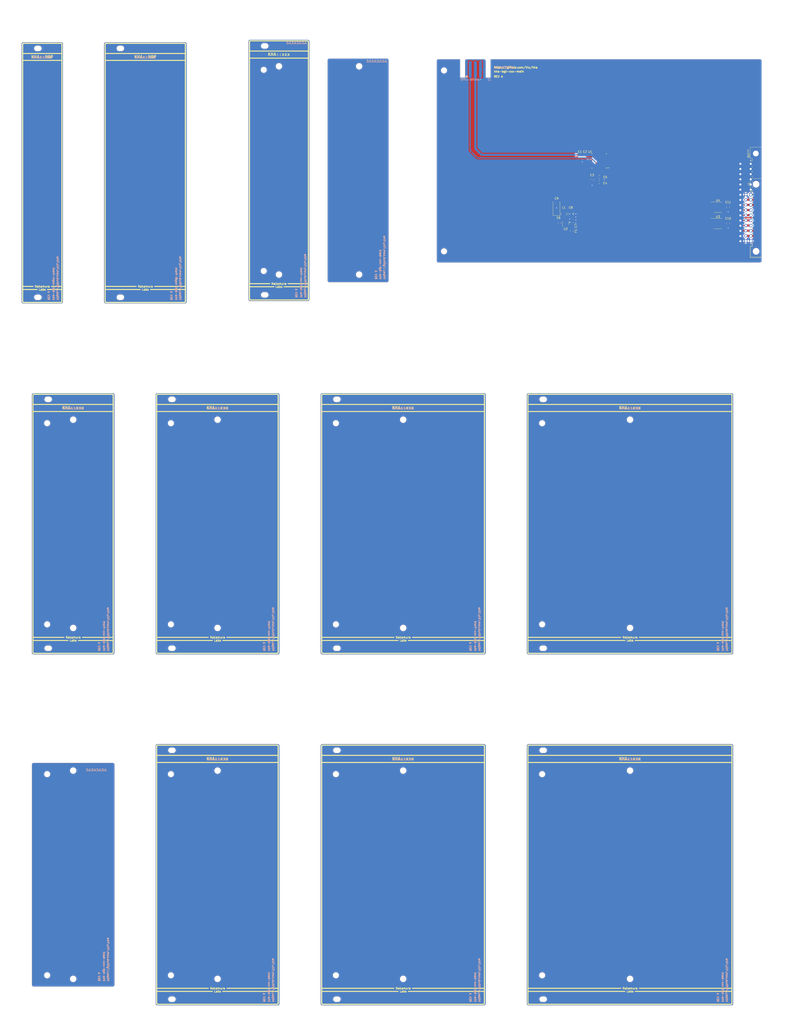
<source format=kicad_pcb>
(kicad_pcb (version 20221018) (generator pcbnew)
  (layers (0 "F.Cu" signal) (31 "B.Cu" signal) (34 "B.Paste" user) (35 "F.Paste" user) (36 "B.SilkS" user "B.Silkscreen") (37 "F.SilkS" user "F.Silkscreen") (38 "B.Mask" user) (39 "F.Mask" user) (44 "Edge.Cuts" user))
  (net 0 "")
  (net 1 "+5V")
  (net 2 "GND")
  (net 3 "+12V")
  (net 4 "BUS_DIR")
  (net 22 "BUS_TX")
  (net 23 "BUS_RX")
  (net 26 "BUS_INT_TX")
  (net 27 "BUS_INT_RX")
  (net 28 "BUS_INT_DIR")
  (net 29 "RS485_A")
  (net 30 "RS485_B")
  (net 31 "RS485_INT_A")
  (net 32 "RS485_INT_B")
  (net 33 "Net-(U2-SW)")
  (net 34 "Net-(U2-BST)")
  (net 35 "Net-(U2-EN)")
  (net 36 "Net-(U1-~{RESET}{slash}PF6)")
  (net 37 "UPDI")
  (footprint "Connector_DIN:DIN41612_B3_2x10_Male_Horizontal_THT" (layer "F.Cu") (at 389.76 115.57 -90)
    (fp_text reference "J1")
    (fp_text value "DIN41612_02x10_AB")
  )
  (footprint "Package_QFP:TQFP-32_7x7mm_P0.8mm" (layer "F.Cu") (at 315 99 180)
    (fp_text reference "U1")
    (fp_text value "AVR64DD32")
  )
  (footprint "Capacitor_SMD:C_0805_2012Metric" (layer "F.Cu") (at 378.535 129.739 -90)
    (fp_text reference "C10")
    (fp_text value "100nF")
  )
  (footprint "Capacitor_SMD:C_0805_2012Metric" (layer "F.Cu") (at 295.5 129.6 -90)
    (fp_text reference "C6")
    (fp_text value "100nF")
  )
  (footprint "Capacitor_SMD:C_0805_2012Metric" (layer "F.Cu") (at 305.5 97 90)
    (fp_text reference "C1")
    (fp_text value "100nF")
  )
  (footprint "Capacitor_SMD:C_0805_2012Metric" (layer "F.Cu") (at 378.51 121.834 -90)
    (fp_text reference "C11")
    (fp_text value "100nF")
  )
  (footprint "Package_SO:SOIC-8_3.9x4.9mm_P1.27mm" (layer "F.Cu") (at 373.51 129.834)
    (fp_text reference "U3")
    (fp_text value "SP481E")
  )
  (footprint "Package_SO:SOIC-8_3.9x4.9mm_P1.27mm" (layer "F.Cu") (at 373.51 121.834)
    (fp_text reference "U4")
    (fp_text value "SP481E")
  )
  (footprint "Capacitor_SMD:C_0805_2012Metric" (layer "F.Cu") (at 308 97 90)
    (fp_text reference "C2")
    (fp_text value "10nF")
  )
  (footprint "Capacitor_SMD:C_0805_2012Metric" (layer "F.Cu") (at 301.5 129.35 -90)
    (fp_text reference "C7")
    (fp_text value "10uF")
  )
  (footprint "Capacitor_SMD:C_1210_3225Metric" (layer "F.Cu") (at 301 125.075 -90)
    (fp_text reference "C8")
    (fp_text value "47uF")
  )
  (footprint "Capacitor_SMD:C_0805_2012Metric" (layer "F.Cu") (at 315 107 180)
    (fp_text reference "C5")
    (fp_text value "10nF")
  )
  (footprint "Capacitor_Tantalum_SMD:CP_EIA-6032-28_Kemet-C" (layer "F.Cu") (at 293.9625 122.1375 90)
    (fp_text reference "C9")
    (fp_text value "220uF")
  )
  (footprint "Fuse:Fuse_0805_2012Metric" (layer "F.Cu") (at 301.5 133.5 -90)
    (fp_text reference "F1")
    (fp_text value "Polyfuse")
  )
  (footprint "Capacitor_SMD:C_0805_2012Metric" (layer "F.Cu") (at 315 109.5 180)
    (fp_text reference "C4")
    (fp_text value "100nF")
  )
  (footprint "Package_TO_SOT_SMD:TSOT-23-6" (layer "F.Cu") (at 298.5 129.6 90)
    (fp_text reference "U2")
    (fp_text value "AP63205WU")
  )
  (footprint "Inductor_SMD:L_1210_3225Metric" (layer "F.Cu") (at 297.5 125.1 90)
    (fp_text reference "L1")
    (fp_text value "4.7uH")
  )
  (footprint "Capacitor_SMD:C_0805_2012Metric" (layer "F.Cu") (at 311.5 108.25 90)
    (fp_text reference "C3")
    (fp_text value "100nF")
  )
  (footprint "Connector_DIN:DIN41612_C2_2x16_Male_Horizontal_THT" (layer "F.Cu") (at 389.63 100.445 -90)
    (fp_text reference "REF**")
    (fp_text value "DIN41612_C2_2x16_Male_Horizontal_THT")
  )
  (footprint "kiu-eAVR:eAVR6-UPDI-B" (layer "F.Cu") (at 254 49 180)
    (fp_text reference "J2")
    (fp_text value "AVR-UPDI-6" hide)
    (fp_line (start -5.08 -9) (end -5.08 -0.5) (stroke (width 0.12)) (layer "Edge.Cuts"))
    (fp_line (start -5.08 -0.5) (end -4.58 0) (stroke (width 0.12)) (layer "Edge.Cuts"))
    (fp_line (start -4.58 0) (end 4.58 0) (stroke (width 0.12)) (layer "Edge.Cuts"))
    (fp_line (start 5.08 -9) (end 5.08 -0.5) (stroke (width 0.12)) (layer "Edge.Cuts"))
    (fp_line (start 5.08 -0.5) (end 4.58 0) (stroke (width 0.12)) (layer "Edge.Cuts"))
  )
  (gr_line (start 75.065 341.360001) (end 36.56 341.36) (stroke (width 0.5)) (layer "F.SilkS"))
  (gr_line (start 178.3 222.36) (end 258.445 222.36) (stroke (width 0.5)) (layer "F.SilkS"))
  (gr_line (start 279.9 218.86) (end 380.365 218.86) (stroke (width 0.5)) (layer "F.SilkS"))
  (gr_line (start 279.9 391.58) (end 380.365 391.58) (stroke (width 0.5)) (layer "F.SilkS"))
  (gr_line (start 111.125 162.306) (end 93.98 162.306) (stroke (width 0.5)) (layer "F.SilkS"))
  (gr_line (start 379.865 514.080001) (end 280.4 514.08) (stroke (width 0.5)) (layer "F.SilkS"))
  (gr_arc (start 143.24 167.44) (mid 142.886447 167.293553) (end 142.74 166.94) (stroke (width 0.5)) (layer "F.SilkS"))
  (gr_line (start 110.998 160.782) (end 96.012 160.782) (stroke (width 0.5)) (layer "F.SilkS"))
  (gr_line (start 36.06 218.86) (end 75.565 218.86) (stroke (width 0.5)) (layer "F.SilkS"))
  (gr_arc (start 49.784 41.148) (mid 50.137553 41.294447) (end 50.284 41.648) (stroke (width 0.5)) (layer "F.SilkS"))
  (gr_line (start 142.74 166.94) (end 142.74 40.44) (stroke (width 0.5)) (layer "F.SilkS"))
  (gr_line (start 327.66 335.026) (end 279.908 335.026) (stroke (width 0.5)) (layer "F.SilkS"))
  (gr_line (start 279.9 395.08) (end 380.365 395.08) (stroke (width 0.5)) (layer "F.SilkS"))
  (gr_line (start 327.66 507.746) (end 279.908 507.746) (stroke (width 0.5)) (layer "F.SilkS"))
  (gr_line (start 97.02 222.36) (end 156.845 222.36) (stroke (width 0.5)) (layer "F.SilkS"))
  (gr_arc (start 257.945 213.859999) (mid 258.298554 214.006446) (end 258.445 214.359999) (stroke (width 0.5)) (layer "F.SilkS"))
  (gr_line (start 379.865 341.360001) (end 280.4 341.36) (stroke (width 0.5)) (layer "F.SilkS"))
  (gr_line (start 142.74 48.44) (end 171.74 48.44) (stroke (width 0.5)) (layer "F.SilkS"))
  (gr_line (start 215.9 335.026) (end 178.308 335.026) (stroke (width 0.5)) (layer "F.SilkS"))
  (gr_line (start 156.845 214.359999) (end 156.845 340.860001) (stroke (width 0.5)) (layer "F.SilkS"))
  (gr_line (start 86.868 160.782) (end 71.882 160.782) (stroke (width 0.5)) (layer "F.SilkS"))
  (gr_arc (start 71.636001 41.639999) (mid 71.782448 41.286447) (end 72.136 41.14) (stroke (width 0.5)) (layer "F.SilkS"))
  (gr_line (start 111.125 41.648) (end 111.133 168.148) (stroke (width 0.5)) (layer "F.SilkS"))
  (gr_arc (start 97.020001 214.359999) (mid 97.166448 214.006447) (end 97.52 213.86) (stroke (width 0.5)) (layer "F.SilkS"))
  (gr_arc (start 75.565 340.860001) (mid 75.418553 341.213554) (end 75.065 341.360001) (stroke (width 0.5)) (layer "F.SilkS"))
  (gr_line (start 380.365 387.079999) (end 380.365 513.580001) (stroke (width 0.5)) (layer "F.SilkS"))
  (gr_line (start 156.718 335.026) (end 129.54 335.026) (stroke (width 0.5)) (layer "F.SilkS"))
  (gr_arc (start 279.900001 387.079999) (mid 280.046448 386.726447) (end 280.4 386.58) (stroke (width 0.5)) (layer "F.SilkS"))
  (gr_line (start 36.06 222.36) (end 75.565 222.36) (stroke (width 0.5)) (layer "F.SilkS"))
  (gr_line (start 36.068 160.782) (end 31.242 160.782) (stroke (width 0.5)) (layer "F.SilkS"))
  (gr_line (start 72.136 41.14) (end 110.625 41.148) (stroke (width 0.5)) (layer "F.SilkS"))
  (gr_line (start 178.8 213.86) (end 257.945 213.859999) (stroke (width 0.5)) (layer "F.SilkS"))
  (gr_arc (start 280.4 341.36) (mid 280.046447 341.213553) (end 279.9 340.86) (stroke (width 0.5)) (layer "F.SilkS"))
  (gr_line (start 156.718 507.746) (end 129.54 507.746) (stroke (width 0.5)) (layer "F.SilkS"))
  (gr_arc (start 279.900001 214.359999) (mid 280.046448 214.006447) (end 280.4 213.86) (stroke (width 0.5)) (layer "F.SilkS"))
  (gr_arc (start 178.8 514.08) (mid 178.446447 513.933553) (end 178.3 513.58) (stroke (width 0.5)) (layer "F.SilkS"))
  (gr_line (start 122.428 333.502) (end 97.028 333.502) (stroke (width 0.5)) (layer "F.SilkS"))
  (gr_line (start 380.238 507.746) (end 332.74 507.746) (stroke (width 0.5)) (layer "F.SilkS"))
  (gr_arc (start 97.52 341.36) (mid 97.166447 341.213553) (end 97.02 340.86) (stroke (width 0.5)) (layer "F.SilkS"))
  (gr_line (start 171.740001 40.439999) (end 171.740001 166.940001) (stroke (width 0.5)) (layer "F.SilkS"))
  (gr_arc (start 171.240001 39.939999) (mid 171.593554 40.086446) (end 171.740001 40.439999) (stroke (width 0.5)) (layer "F.SilkS"))
  (gr_line (start 71.882 46.14) (end 111.125 46.14) (stroke (width 0.5)) (layer "F.SilkS"))
  (gr_line (start 178.8 386.58) (end 257.945 386.579999) (stroke (width 0.5)) (layer "F.SilkS"))
  (gr_line (start 258.318 507.746) (end 220.98 507.746) (stroke (width 0.5)) (layer "F.SilkS"))
  (gr_line (start 178.3 395.08) (end 258.445 395.08) (stroke (width 0.5)) (layer "F.SilkS"))
  (gr_line (start 97.02 513.58) (end 97.02 387.08) (stroke (width 0.5)) (layer "F.SilkS"))
  (gr_line (start 142.74 44.94) (end 171.74 44.94) (stroke (width 0.5)) (layer "F.SilkS"))
  (gr_line (start 97.02 395.08) (end 156.845 395.08) (stroke (width 0.5)) (layer "F.SilkS"))
  (gr_line (start 71.882 49.53) (end 111.125 49.53) (stroke (width 0.5)) (layer "F.SilkS"))
  (gr_line (start 156.718 333.502) (end 131.572 333.502) (stroke (width 0.5)) (layer "F.SilkS"))
  (gr_line (start 97.52 386.58) (end 156.345 386.579999) (stroke (width 0.5)) (layer "F.SilkS"))
  (gr_line (start 178.3 513.58) (end 178.3 387.08) (stroke (width 0.5)) (layer "F.SilkS"))
  (gr_line (start 152.74 159.44) (end 142.74 159.44) (stroke (width 0.5)) (layer "F.SilkS"))
  (gr_arc (start 156.845 513.580001) (mid 156.698553 513.933554) (end 156.345 514.080001) (stroke (width 0.5)) (layer "F.SilkS"))
  (gr_line (start 97.52 213.86) (end 156.345 213.859999) (stroke (width 0.5)) (layer "F.SilkS"))
  (gr_line (start 31.242 46.14) (end 50.038 46.14) (stroke (width 0.5)) (layer "F.SilkS"))
  (gr_line (start 178.3 391.58) (end 258.445 391.58) (stroke (width 0.5)) (layer "F.SilkS"))
  (gr_arc (start 257.945 386.579999) (mid 258.298554 386.726446) (end 258.445 387.079999) (stroke (width 0.5)) (layer "F.SilkS"))
  (gr_line (start 110.633 168.648) (end 72.128 168.648) (stroke (width 0.5)) (layer "F.SilkS"))
  (gr_arc (start 280.4 514.08) (mid 280.046447 513.933553) (end 279.9 513.58) (stroke (width 0.5)) (layer "F.SilkS"))
  (gr_arc (start 258.445 340.860001) (mid 258.298553 341.213554) (end 257.945 341.360001) (stroke (width 0.5)) (layer "F.SilkS"))
  (gr_arc (start 156.345 213.859999) (mid 156.698554 214.006446) (end 156.845 214.359999) (stroke (width 0.5)) (layer "F.SilkS"))
  (gr_arc (start 178.300001 387.079999) (mid 178.446448 386.726447) (end 178.8 386.58) (stroke (width 0.5)) (layer "F.SilkS"))
  (gr_line (start 97.02 391.58) (end 156.845 391.58) (stroke (width 0.5)) (layer "F.SilkS"))
  (gr_line (start 178.3 218.86) (end 258.445 218.86) (stroke (width 0.5)) (layer "F.SilkS"))
  (gr_arc (start 72.128 168.648) (mid 71.774447 168.501553) (end 71.628 168.148) (stroke (width 0.5)) (layer "F.SilkS"))
  (gr_arc (start 50.292 168.148) (mid 50.145553 168.501553) (end 49.792 168.648) (stroke (width 0.5)) (layer "F.SilkS"))
  (gr_arc (start 380.365 513.580001) (mid 380.218553 513.933554) (end 379.865 514.080001) (stroke (width 0.5)) (layer "F.SilkS"))
  (gr_line (start 124.46 335.026) (end 97.028 335.026) (stroke (width 0.5)) (layer "F.SilkS"))
  (gr_arc (start 178.300001 214.359999) (mid 178.446448 214.006447) (end 178.8 213.86) (stroke (width 0.5)) (layer "F.SilkS"))
  (gr_line (start 279.9 222.36) (end 380.365 222.36) (stroke (width 0.5)) (layer "F.SilkS"))
  (gr_line (start 31.496 41.14) (end 49.784 41.148) (stroke (width 0.5)) (layer "F.SilkS"))
  (gr_line (start 53.34 335.026) (end 36.068 335.026) (stroke (width 0.5)) (layer "F.SilkS"))
  (gr_line (start 156.845 387.079999) (end 156.845 513.580001) (stroke (width 0.5)) (layer "F.SilkS"))
  (gr_line (start 31.242 49.53) (end 50.038 49.53) (stroke (width 0.5)) (layer "F.SilkS"))
  (gr_line (start 50.284 41.648) (end 50.292 168.148) (stroke (width 0.5)) (layer "F.SilkS"))
  (gr_arc (start 156.845 340.860001) (mid 156.698553 341.213554) (end 156.345 341.360001) (stroke (width 0.5)) (layer "F.SilkS"))
  (gr_line (start 258.445 387.079999) (end 258.445 513.580001) (stroke (width 0.5)) (layer "F.SilkS"))
  (gr_line (start 50.038 160.782) (end 45.212 160.782) (stroke (width 0.5)) (layer "F.SilkS"))
  (gr_line (start 75.565 214.359999) (end 75.565 340.860001) (stroke (width 0.5)) (layer "F.SilkS"))
  (gr_line (start 38.1 162.306) (end 31.242 162.306) (stroke (width 0.5)) (layer "F.SilkS"))
  (gr_line (start 325.628 333.502) (end 279.908 333.502) (stroke (width 0.5)) (layer "F.SilkS"))
  (gr_line (start 171.240001 167.440001) (end 143.24 167.44) (stroke (width 0.5)) (layer "F.SilkS"))
  (gr_line (start 280.4 213.86) (end 379.865 213.859999) (stroke (width 0.5)) (layer "F.SilkS"))
  (gr_arc (start 97.52 514.08) (mid 97.166447 513.933553) (end 97.02 513.58) (stroke (width 0.5)) (layer "F.SilkS"))
  (gr_line (start 258.318 333.502) (end 223.012 333.502) (stroke (width 0.5)) (layer "F.SilkS"))
  (gr_line (start 36.56 213.86) (end 75.065 213.859999) (stroke (width 0.5)) (layer "F.SilkS"))
  (gr_arc (start 171.740001 166.940001) (mid 171.593554 167.293554) (end 171.240001 167.440001) (stroke (width 0.5)) (layer "F.SilkS"))
  (gr_line (start 258.445 214.359999) (end 258.445 340.860001) (stroke (width 0.5)) (layer "F.SilkS"))
  (gr_arc (start 30.996001 41.639999) (mid 31.142448 41.286447) (end 31.496 41.14) (stroke (width 0.5)) (layer "F.SilkS"))
  (gr_arc (start 258.445 513.580001) (mid 258.298553 513.933554) (end 257.945 514.080001) (stroke (width 0.5)) (layer "F.SilkS"))
  (gr_line (start 257.945 341.360001) (end 178.8 341.36) (stroke (width 0.5)) (layer "F.SilkS"))
  (gr_line (start 171.74 160.94) (end 159.74 160.94) (stroke (width 0.5)) (layer "F.SilkS"))
  (gr_arc (start 36.56 341.36) (mid 36.206447 341.213553) (end 36.06 340.86) (stroke (width 0.5)) (layer "F.SilkS"))
  (gr_line (start 122.428 506.222) (end 97.028 506.222) (stroke (width 0.5)) (layer "F.SilkS"))
  (gr_arc (start 36.060001 214.359999) (mid 36.206448 214.006447) (end 36.56 213.86) (stroke (width 0.5)) (layer "F.SilkS"))
  (gr_line (start 280.4 386.58) (end 379.865 386.579999) (stroke (width 0.5)) (layer "F.SilkS"))
  (gr_line (start 325.628 506.222) (end 279.908 506.222) (stroke (width 0.5)) (layer "F.SilkS"))
  (gr_line (start 36.06 340.86) (end 36.06 214.36) (stroke (width 0.5)) (layer "F.SilkS"))
  (gr_line (start 30.988 168.148) (end 30.996001 41.639999) (stroke (width 0.5)) (layer "F.SilkS"))
  (gr_line (start 51.308 333.502) (end 36.068 333.502) (stroke (width 0.5)) (layer "F.SilkS"))
  (gr_line (start 71.628 168.148) (end 71.636001 41.639999) (stroke (width 0.5)) (layer "F.SilkS"))
  (gr_line (start 258.318 335.026) (end 220.98 335.026) (stroke (width 0.5)) (layer "F.SilkS"))
  (gr_line (start 75.438 335.026) (end 58.42 335.026) (stroke (width 0.5)) (layer "F.SilkS"))
  (gr_arc (start 379.865 386.579999) (mid 380.218554 386.726446) (end 380.365 387.079999) (stroke (width 0.5)) (layer "F.SilkS"))
  (gr_arc (start 379.865 213.859999) (mid 380.218554 214.006446) (end 380.365 214.359999) (stroke (width 0.5)) (layer "F.SilkS"))
  (gr_line (start 97.02 218.86) (end 156.845 218.86) (stroke (width 0.5)) (layer "F.SilkS"))
  (gr_arc (start 110.625 41.148) (mid 110.978553 41.294447) (end 111.125 41.648) (stroke (width 0.5)) (layer "F.SilkS"))
  (gr_line (start 279.9 513.58) (end 279.9 387.08) (stroke (width 0.5)) (layer "F.SilkS"))
  (gr_arc (start 111.133 168.148) (mid 110.986553 168.501553) (end 110.633 168.648) (stroke (width 0.5)) (layer "F.SilkS"))
  (gr_line (start 213.868 506.222) (end 178.308 506.222) (stroke (width 0.5)) (layer "F.SilkS"))
  (gr_line (start 171.74 159.44) (end 161.74 159.44) (stroke (width 0.5)) (layer "F.SilkS"))
  (gr_line (start 156.718 506.222) (end 131.572 506.222) (stroke (width 0.5)) (layer "F.SilkS"))
  (gr_line (start 215.9 507.746) (end 178.308 507.746) (stroke (width 0.5)) (layer "F.SilkS"))
  (gr_arc (start 31.488 168.648) (mid 31.134447 168.501553) (end 30.988 168.148) (stroke (width 0.5)) (layer "F.SilkS"))
  (gr_arc (start 156.345 386.579999) (mid 156.698554 386.726446) (end 156.845 387.079999) (stroke (width 0.5)) (layer "F.SilkS"))
  (gr_arc (start 97.020001 387.079999) (mid 97.166448 386.726447) (end 97.52 386.58) (stroke (width 0.5)) (layer "F.SilkS"))
  (gr_line (start 257.945 514.080001) (end 178.8 514.08) (stroke (width 0.5)) (layer "F.SilkS"))
  (gr_arc (start 178.8 341.36) (mid 178.446447 341.213553) (end 178.3 340.86) (stroke (width 0.5)) (layer "F.SilkS"))
  (gr_line (start 75.438 333.502) (end 60.452 333.502) (stroke (width 0.5)) (layer "F.SilkS"))
  (gr_arc (start 142.740001 40.439999) (mid 142.886448 40.086447) (end 143.24 39.94) (stroke (width 0.5)) (layer "F.SilkS"))
  (gr_line (start 279.9 340.86) (end 279.9 214.36) (stroke (width 0.5)) (layer "F.SilkS"))
  (gr_line (start 258.318 506.222) (end 223.012 506.222) (stroke (width 0.5)) (layer "F.SilkS"))
  (gr_line (start 156.345 341.360001) (end 97.52 341.36) (stroke (width 0.5)) (layer "F.SilkS"))
  (gr_line (start 97.02 340.86) (end 97.02 214.36) (stroke (width 0.5)) (layer "F.SilkS"))
  (gr_line (start 156.345 514.080001) (end 97.52 514.08) (stroke (width 0.5)) (layer "F.SilkS"))
  (gr_line (start 143.24 39.94) (end 171.240001 39.939999) (stroke (width 0.5)) (layer "F.SilkS"))
  (gr_arc (start 380.365 340.860001) (mid 380.218553 341.213554) (end 379.865 341.360001) (stroke (width 0.5)) (layer "F.SilkS"))
  (gr_line (start 124.46 507.746) (end 97.028 507.746) (stroke (width 0.5)) (layer "F.SilkS"))
  (gr_line (start 50.038 162.306) (end 43.18 162.306) (stroke (width 0.5)) (layer "F.SilkS"))
  (gr_line (start 380.365 214.359999) (end 380.365 340.860001) (stroke (width 0.5)) (layer "F.SilkS"))
  (gr_line (start 154.74 160.94) (end 142.74 160.94) (stroke (width 0.5)) (layer "F.SilkS"))
  (gr_line (start 49.792 168.648) (end 31.488 168.648) (stroke (width 0.5)) (layer "F.SilkS"))
  (gr_line (start 380.238 506.222) (end 334.772 506.222) (stroke (width 0.5)) (layer "F.SilkS"))
  (gr_line (start 88.9 162.306) (end 71.882 162.306) (stroke (width 0.5)) (layer "F.SilkS"))
  (gr_line (start 380.238 333.502) (end 334.772 333.502) (stroke (width 0.5)) (layer "F.SilkS"))
  (gr_line (start 178.3 340.86) (end 178.3 214.36) (stroke (width 0.5)) (layer "F.SilkS"))
  (gr_line (start 213.868 333.502) (end 178.308 333.502) (stroke (width 0.5)) (layer "F.SilkS"))
  (gr_line (start 380.238 335.026) (end 332.74 335.026) (stroke (width 0.5)) (layer "F.SilkS"))
  (gr_arc (start 75.065 213.859999) (mid 75.418554 214.006446) (end 75.565 214.359999) (stroke (width 0.5)) (layer "F.SilkS"))
  (gr_line (start 380.5 341.86) (end 279.9 341.86) (stroke (width 0.05)) (layer "Edge.Cuts"))
  (gr_line (start 177.8 341.36) (end 177.8 213.86) (stroke (width 0.05)) (layer "Edge.Cuts"))
  (gr_line (start 185.3 217.71) (end 186.3 217.71) (stroke (width 0.1)) (layer "Edge.Cuts"))
  (gr_arc (start 149.74 43.79) (mid 148.39 42.44) (end 149.74 41.09) (stroke (width 0.1)) (layer "Edge.Cuts"))
  (gr_arc (start 287.9 510.23) (mid 289.25 511.58) (end 287.9 512.93) (stroke (width 0.1)) (layer "Edge.Cuts"))
  (gr_line (start 75.7 213.36) (end 76.2 213.86) (stroke (width 0.05)) (layer "Edge.Cuts"))
  (gr_line (start 30.48 168.64) (end 30.98 169.14) (stroke (width 0.05)) (layer "Edge.Cuts"))
  (gr_circle (center 149.74 153.19) (end 151.24 153.19) (stroke (width 0.1)) (fill none) (layer "Edge.Cuts"))
  (gr_line (start 157.48 386.58) (end 157.48 514.08) (stroke (width 0.05)) (layer "Edge.Cuts"))
  (gr_line (start 71.12 168.64) (end 71.12 41.14) (stroke (width 0.05)) (layer "Edge.Cuts"))
  (gr_line (start 279.4 341.36) (end 279.9 341.86) (stroke (width 0.05)) (layer "Edge.Cuts"))
  (gr_circle (center 43.06 400.83) (end 44.56 400.83) (stroke (width 0.1)) (fill none) (layer "Edge.Cuts"))
  (gr_circle (center 185.3 228.11) (end 186.8 228.11) (stroke (width 0.1)) (fill none) (layer "Edge.Cuts"))
  (gr_line (start 258.58 514.58) (end 259.08 514.08) (stroke (width 0.05)) (layer "Edge.Cuts"))
  (gr_line (start 380.5 341.86) (end 381 341.36) (stroke (width 0.05)) (layer "Edge.Cuts"))
  (gr_line (start 394.5 149) (end 235.5 149) (stroke (width 0.1)) (layer "Edge.Cuts"))
  (gr_line (start 43.06 217.71) (end 44.06 217.71) (stroke (width 0.1)) (layer "Edge.Cuts"))
  (gr_line (start 181.74 48.69) (end 210.74 48.69) (stroke (width 0.05)) (layer "Edge.Cuts"))
  (gr_line (start 156.98 386.08) (end 157.48 386.58) (stroke (width 0.05)) (layer "Edge.Cuts"))
  (gr_circle (center 196.74 154.94) (end 198.34 154.94) (stroke (width 0.05)) (fill none) (layer "Edge.Cuts"))
  (gr_line (start 104.02 340.21) (end 105.02 340.21) (stroke (width 0.1)) (layer "Edge.Cuts"))
  (gr_line (start 211.24 49.19) (end 211.24 158.19) (stroke (width 0.05)) (layer "Edge.Cuts"))
  (gr_circle (center 127 399.08) (end 128.6 399.08) (stroke (width 0.05)) (fill none) (layer "Edge.Cuts"))
  (gr_line (start 149.74 166.29) (end 150.74 166.29) (stroke (width 0.1)) (layer "Edge.Cuts"))
  (gr_arc (start 286.9 217.71) (mid 285.55 216.36) (end 286.9 215.01) (stroke (width 0.1)) (layer "Edge.Cuts"))
  (gr_arc (start 286.9 340.21) (mid 285.55 338.86) (end 286.9 337.51) (stroke (width 0.1)) (layer "Edge.Cuts"))
  (gr_line (start 286.9 217.71) (end 287.9 217.71) (stroke (width 0.1)) (layer "Edge.Cuts"))
  (gr_circle (center 238.57 54.5) (end 240.07 54.5) (stroke (width 0.1)) (fill none) (layer "Edge.Cuts"))
  (gr_circle (center 238.57 143.5) (end 240.07 143.5) (stroke (width 0.1)) (fill none) (layer "Edge.Cuts"))
  (gr_line (start 185.3 340.21) (end 186.3 340.21) (stroke (width 0.1)) (layer "Edge.Cuts"))
  (gr_line (start 111.26 40.64) (end 111.76 41.14) (stroke (width 0.05)) (layer "Edge.Cuts"))
  (gr_arc (start 287.9 215.01) (mid 289.25 216.36) (end 287.9 217.71) (stroke (width 0.1)) (layer "Edge.Cuts"))
  (gr_circle (center 43.06 499.83) (end 44.56 499.83) (stroke (width 0.1)) (fill none) (layer "Edge.Cuts"))
  (gr_line (start 36.06 213.36) (end 75.7 213.36) (stroke (width 0.05)) (layer "Edge.Cuts"))
  (gr_line (start 380.5 514.58) (end 279.9 514.58) (stroke (width 0.05)) (layer "Edge.Cuts"))
  (gr_arc (start 79.62 42.29) (mid 80.97 43.64) (end 79.62 44.99) (stroke (width 0.1)) (layer "Edge.Cuts"))
  (gr_line (start 279.4 341.36) (end 279.4 213.86) (stroke (width 0.05)) (layer "Edge.Cuts"))
  (gr_arc (start 105.02 215.01) (mid 106.37 216.36) (end 105.02 217.71) (stroke (width 0.1)) (layer "Edge.Cuts"))
  (gr_line (start 258.58 341.86) (end 178.3 341.86) (stroke (width 0.05)) (layer "Edge.Cuts"))
  (gr_arc (start 44.06 337.51) (mid 45.41 338.86) (end 44.06 340.21) (stroke (width 0.1)) (layer "Edge.Cuts"))
  (gr_line (start 96.52 514.08) (end 97.02 514.58) (stroke (width 0.05)) (layer "Edge.Cuts"))
  (gr_circle (center 127 328.86) (end 128.6 328.86) (stroke (width 0.05)) (fill none) (layer "Edge.Cuts"))
  (gr_line (start 157.48 213.86) (end 157.48 341.36) (stroke (width 0.05)) (layer "Edge.Cuts"))
  (gr_line (start 35.56 341.36) (end 35.56 213.86) (stroke (width 0.05)) (layer "Edge.Cuts"))
  (gr_arc (start 186.3 215.01) (mid 187.65 216.36) (end 186.3 217.71) (stroke (width 0.1)) (layer "Edge.Cuts"))
  (gr_line (start 96.52 213.86) (end 97.02 213.36) (stroke (width 0.05)) (layer "Edge.Cuts"))
  (gr_line (start 235 148.5) (end 235.5 149) (stroke (width 0.1)) (layer "Edge.Cuts"))
  (gr_circle (center 149.74 54.19) (end 151.24 54.19) (stroke (width 0.1)) (fill none) (layer "Edge.Cuts"))
  (gr_circle (center 104.02 400.83) (end 105.52 400.83) (stroke (width 0.1)) (fill none) (layer "Edge.Cuts"))
  (gr_line (start 97.02 213.36) (end 156.98 213.36) (stroke (width 0.05)) (layer "Edge.Cuts"))
  (gr_circle (center 55.88 226.36) (end 57.48 226.36) (stroke (width 0.05)) (fill none) (layer "Edge.Cuts"))
  (gr_circle (center 218.44 328.86) (end 220.04 328.86) (stroke (width 0.05)) (fill none) (layer "Edge.Cuts"))
  (gr_line (start 261.5 58) (end 259.08 58) (stroke (width 0.1)) (layer "Edge.Cuts"))
  (gr_line (start 37.98 42.29) (end 38.98 42.29) (stroke (width 0.1)) (layer "Edge.Cuts"))
  (gr_line (start 30.98 40.64) (end 50.3 40.64) (stroke (width 0.05)) (layer "Edge.Cuts"))
  (gr_line (start 75.7 341.86) (end 36.06 341.86) (stroke (width 0.05)) (layer "Edge.Cuts"))
  (gr_line (start 71.62 40.64) (end 111.26 40.64) (stroke (width 0.05)) (layer "Edge.Cuts"))
  (gr_arc (start 185.3 390.43) (mid 183.95 389.08) (end 185.3 387.73) (stroke (width 0.1)) (layer "Edge.Cuts"))
  (gr_line (start 258.58 514.58) (end 178.3 514.58) (stroke (width 0.05)) (layer "Edge.Cuts"))
  (gr_arc (start 150.74 41.09) (mid 152.09 42.44) (end 150.74 43.79) (stroke (width 0.1)) (layer "Edge.Cuts"))
  (gr_line (start 43.06 215.01) (end 44.06 215.01) (stroke (width 0.1)) (layer "Edge.Cuts"))
  (gr_circle (center 43.06 228.11) (end 44.56 228.11) (stroke (width 0.1)) (fill none) (layer "Edge.Cuts"))
  (gr_line (start 286.9 390.43) (end 287.9 390.43) (stroke (width 0.1)) (layer "Edge.Cuts"))
  (gr_line (start 185.3 512.93) (end 186.3 512.93) (stroke (width 0.1)) (layer "Edge.Cuts"))
  (gr_line (start 235 148.5) (end 235 49.5) (stroke (width 0.1)) (layer "Edge.Cuts"))
  (gr_line (start 97.02 386.08) (end 156.98 386.08) (stroke (width 0.05)) (layer "Edge.Cuts"))
  (gr_line (start 96.52 341.36) (end 96.52 213.86) (stroke (width 0.05)) (layer "Edge.Cuts"))
  (gr_line (start 104.02 387.73) (end 105.02 387.73) (stroke (width 0.1)) (layer "Edge.Cuts"))
  (gr_circle (center 330.2 328.86) (end 331.8 328.86) (stroke (width 0.05)) (fill none) (layer "Edge.Cuts"))
  (gr_line (start 78.62 164.79) (end 79.62 164.79) (stroke (width 0.1)) (layer "Edge.Cuts"))
  (gr_arc (start 37.98 44.99) (mid 36.63 43.64) (end 37.98 42.29) (stroke (width 0.1)) (layer "Edge.Cuts"))
  (gr_line (start 286.9 340.21) (end 287.9 340.21) (stroke (width 0.1)) (layer "Edge.Cuts"))
  (gr_arc (start 38.98 42.29) (mid 40.33 43.64) (end 38.98 44.99) (stroke (width 0.1)) (layer "Edge.Cuts"))
  (gr_circle (center 196.74 52.44) (end 198.34 52.44) (stroke (width 0.05)) (fill none) (layer "Edge.Cuts"))
  (gr_line (start 104.02 510.23) (end 105.02 510.23) (stroke (width 0.1)) (layer "Edge.Cuts"))
  (gr_line (start 78.62 44.99) (end 79.62 44.99) (stroke (width 0.1)) (layer "Edge.Cuts"))
  (gr_arc (start 38.98 164.79) (mid 40.33 166.14) (end 38.98 167.49) (stroke (width 0.1)) (layer "Edge.Cuts"))
  (gr_line (start 172.24 39.94) (end 172.24 167.44) (stroke (width 0.05)) (layer "Edge.Cuts"))
  (gr_line (start 43.06 337.51) (end 44.06 337.51) (stroke (width 0.1)) (layer "Edge.Cuts"))
  (gr_line (start 171.74 39.44) (end 172.24 39.94) (stroke (width 0.05)) (layer "Edge.Cuts"))
  (gr_line (start 246.5 58) (end 246.5 49) (stroke (width 0.1)) (layer "Edge.Cuts"))
  (gr_line (start 156.98 514.58) (end 157.48 514.08) (stroke (width 0.05)) (layer "Edge.Cuts"))
  (gr_line (start 279.4 514.08) (end 279.9 514.58) (stroke (width 0.05)) (layer "Edge.Cuts"))
  (gr_circle (center 218.44 399.08) (end 220.04 399.08) (stroke (width 0.05)) (fill none) (layer "Edge.Cuts"))
  (gr_line (start 78.62 42.29) (end 79.62 42.29) (stroke (width 0.1)) (layer "Edge.Cuts"))
  (gr_circle (center 218.44 226.36) (end 220.04 226.36) (stroke (width 0.05)) (fill none) (layer "Edge.Cuts"))
  (gr_line (start 111.76 41.14) (end 111.76 168.64) (stroke (width 0.05)) (layer "Edge.Cuts"))
  (gr_line (start 156.98 341.86) (end 97.02 341.86) (stroke (width 0.05)) (layer "Edge.Cuts"))
  (gr_line (start 395 49.5) (end 395 148.5) (stroke (width 0.1)) (layer "Edge.Cuts"))
  (gr_line (start 286.9 512.93) (end 287.9 512.93) (stroke (width 0.1)) (layer "Edge.Cuts"))
  (gr_line (start 177.8 341.36) (end 178.3 341.86) (stroke (width 0.05)) (layer "Edge.Cuts"))
  (gr_circle (center 185.3 400.83) (end 186.8 400.83) (stroke (width 0.1)) (fill none) (layer "Edge.Cuts"))
  (gr_line (start 177.8 514.08) (end 177.8 386.58) (stroke (width 0.05)) (layer "Edge.Cuts"))
  (gr_line (start 142.24 167.44) (end 142.74 167.94) (stroke (width 0.05)) (layer "Edge.Cuts"))
  (gr_line (start 111.26 169.14) (end 111.76 168.64) (stroke (width 0.05)) (layer "Edge.Cuts"))
  (gr_line (start 185.3 390.43) (end 186.3 390.43) (stroke (width 0.1)) (layer "Edge.Cuts"))
  (gr_line (start 149.74 41.09) (end 150.74 41.09) (stroke (width 0.1)) (layer "Edge.Cuts"))
  (gr_line (start 261.5 49) (end 394.5 49) (stroke (width 0.1)) (layer "Edge.Cuts"))
  (gr_circle (center 127 226.36) (end 128.6 226.36) (stroke (width 0.05)) (fill none) (layer "Edge.Cuts"))
  (gr_arc (start 105.02 510.23) (mid 106.37 511.58) (end 105.02 512.93) (stroke (width 0.1)) (layer "Edge.Cuts"))
  (gr_line (start 50.3 169.14) (end 30.98 169.14) (stroke (width 0.05)) (layer "Edge.Cuts"))
  (gr_arc (start 150.74 163.59) (mid 152.09 164.94) (end 150.74 166.29) (stroke (width 0.1)) (layer "Edge.Cuts"))
  (gr_line (start 380.5 213.36) (end 381 213.86) (stroke (width 0.05)) (layer "Edge.Cuts"))
  (gr_line (start 181.24 158.19) (end 181.74 158.69) (stroke (width 0.05)) (layer "Edge.Cuts"))
  (gr_circle (center 55.88 399.08) (end 57.48 399.08) (stroke (width 0.05)) (fill none) (layer "Edge.Cuts"))
  (gr_line (start 181.24 158.19) (end 181.24 49.19) (stroke (width 0.05)) (layer "Edge.Cuts"))
  (gr_line (start 171.74 167.94) (end 172.24 167.44) (stroke (width 0.05)) (layer "Edge.Cuts"))
  (gr_line (start 394.5 49) (end 395 49.5) (stroke (width 0.1)) (layer "Edge.Cuts"))
  (gr_circle (center 330.2 226.36) (end 331.8 226.36) (stroke (width 0.05)) (fill none) (layer "Edge.Cuts"))
  (gr_line (start 258.58 213.36) (end 259.08 213.86) (stroke (width 0.05)) (layer "Edge.Cuts"))
  (gr_line (start 259.08 213.86) (end 259.08 341.36) (stroke (width 0.05)) (layer "Edge.Cuts"))
  (gr_circle (center 157.24 154.94) (end 158.84 154.94) (stroke (width 0.05)) (fill none) (layer "Edge.Cuts"))
  (gr_arc (start 43.06 340.21) (mid 41.71 338.86) (end 43.06 337.51) (stroke (width 0.1)) (layer "Edge.Cuts"))
  (gr_line (start 286.9 510.23) (end 287.9 510.23) (stroke (width 0.1)) (layer "Edge.Cuts"))
  (gr_line (start 104.02 512.93) (end 105.02 512.93) (stroke (width 0.1)) (layer "Edge.Cuts"))
  (gr_line (start 210.74 158.69) (end 181.74 158.69) (stroke (width 0.05)) (layer "Edge.Cuts"))
  (gr_line (start 149.74 43.79) (end 150.74 43.79) (stroke (width 0.1)) (layer "Edge.Cuts"))
  (gr_line (start 76.2 213.86) (end 76.2 341.36) (stroke (width 0.05)) (layer "Edge.Cuts"))
  (gr_circle (center 55.88 328.86) (end 57.48 328.86) (stroke (width 0.05)) (fill none) (layer "Edge.Cuts"))
  (gr_line (start 279.9 386.08) (end 380.5 386.08) (stroke (width 0.05)) (layer "Edge.Cuts"))
  (gr_line (start 30.48 168.64) (end 30.48 41.14) (stroke (width 0.05)) (layer "Edge.Cuts"))
  (gr_arc (start 105.02 387.73) (mid 106.37 389.08) (end 105.02 390.43) (stroke (width 0.1)) (layer "Edge.Cuts"))
  (gr_arc (start 104.02 340.21) (mid 102.67 338.86) (end 104.02 337.51) (stroke (width 0.1)) (layer "Edge.Cuts"))
  (gr_line (start 104.02 390.43) (end 105.02 390.43) (stroke (width 0.1)) (layer "Edge.Cuts"))
  (gr_arc (start 186.3 337.51) (mid 187.65 338.86) (end 186.3 340.21) (stroke (width 0.1)) (layer "Edge.Cuts"))
  (gr_arc (start 44.06 215.01) (mid 45.41 216.36) (end 44.06 217.71) (stroke (width 0.1)) (layer "Edge.Cuts"))
  (gr_line (start 37.98 167.49) (end 38.98 167.49) (stroke (width 0.1)) (layer "Edge.Cuts"))
  (gr_line (start 50.3 40.64) (end 50.8 41.14) (stroke (width 0.05)) (layer "Edge.Cuts"))
  (gr_circle (center 286.9 400.83) (end 288.4 400.83) (stroke (width 0.1)) (fill none) (layer "Edge.Cuts"))
  (gr_line (start 185.3 337.51) (end 186.3 337.51) (stroke (width 0.1)) (layer "Edge.Cuts"))
  (gr_arc (start 79.62 164.79) (mid 80.97 166.14) (end 79.62 167.49) (stroke (width 0.1)) (layer "Edge.Cuts"))
  (gr_line (start 286.9 387.73) (end 287.9 387.73) (stroke (width 0.1)) (layer "Edge.Cuts"))
  (gr_line (start 286.9 215.01) (end 287.9 215.01) (stroke (width 0.1)) (layer "Edge.Cuts"))
  (gr_line (start 178.3 213.36) (end 258.58 213.36) (stroke (width 0.05)) (layer "Edge.Cuts"))
  (gr_line (start 96.52 514.08) (end 96.52 386.58) (stroke (width 0.05)) (layer "Edge.Cuts"))
  (gr_line (start 261.5 49) (end 261.5 58) (stroke (width 0.1)) (layer "Edge.Cuts"))
  (gr_arc (start 185.3 217.71) (mid 183.95 216.36) (end 185.3 215.01) (stroke (width 0.1)) (layer "Edge.Cuts"))
  (gr_line (start 185.3 387.73) (end 186.3 387.73) (stroke (width 0.1)) (layer "Edge.Cuts"))
  (gr_line (start 171.74 167.94) (end 142.74 167.94) (stroke (width 0.05)) (layer "Edge.Cuts"))
  (gr_circle (center 104.02 327.11) (end 105.52 327.11) (stroke (width 0.1)) (fill none) (layer "Edge.Cuts"))
  (gr_line (start 76.2 395.8256) (end 76.2 504.833) (stroke (width 0.05)) (layer "Edge.Cuts"))
  (gr_line (start 142.24 39.94) (end 142.74 39.44) (stroke (width 0.05)) (layer "Edge.Cuts"))
  (gr_circle (center 218.44 501.58) (end 220.04 501.58) (stroke (width 0.05)) (fill none) (layer "Edge.Cuts"))
  (gr_line (start 96.52 386.58) (end 97.02 386.08) (stroke (width 0.05)) (layer "Edge.Cuts"))
  (gr_line (start 248.92 58) (end 246.5 58) (stroke (width 0.1)) (layer "Edge.Cuts"))
  (gr_line (start 210.74 48.69) (end 211.24 49.19) (stroke (width 0.05)) (layer "Edge.Cuts"))
  (gr_circle (center 157.24 52.44) (end 158.84 52.44) (stroke (width 0.05)) (fill none) (layer "Edge.Cuts"))
  (gr_line (start 35.56 341.36) (end 36.06 341.86) (stroke (width 0.05)) (layer "Edge.Cuts"))
  (gr_line (start 185.3 215.01) (end 186.3 215.01) (stroke (width 0.1)) (layer "Edge.Cuts"))
  (gr_line (start 156.98 514.58) (end 97.02 514.58) (stroke (width 0.05)) (layer "Edge.Cuts"))
  (gr_line (start 149.74 163.59) (end 150.74 163.59) (stroke (width 0.1)) (layer "Edge.Cuts"))
  (gr_circle (center 185.3 327.11) (end 186.8 327.11) (stroke (width 0.1)) (fill none) (layer "Edge.Cuts"))
  (gr_line (start 37.98 44.99) (end 38.98 44.99) (stroke (width 0.1)) (layer "Edge.Cuts"))
  (gr_line (start 178.3 386.08) (end 258.58 386.08) (stroke (width 0.05)) (layer "Edge.Cuts"))
  (gr_line (start 156.98 341.86) (end 157.48 341.36) (stroke (width 0.05)) (layer "Edge.Cuts"))
  (gr_line (start 104.02 215.01) (end 105.02 215.01) (stroke (width 0.1)) (layer "Edge.Cuts"))
  (gr_line (start 75.7 341.86) (end 76.2 341.36) (stroke (width 0.05)) (layer "Edge.Cuts"))
  (gr_line (start 37.98 164.79) (end 38.98 164.79) (stroke (width 0.1)) (layer "Edge.Cuts"))
  (gr_circle (center 286.9 499.83) (end 288.4 499.83) (stroke (width 0.1)) (fill none) (layer "Edge.Cuts"))
  (gr_line (start 35.56 213.86) (end 36.06 213.36) (stroke (width 0.05)) (layer "Edge.Cuts"))
  (gr_line (start 177.8 386.58) (end 178.3 386.08) (stroke (width 0.05)) (layer "Edge.Cuts"))
  (gr_line (start 394.5 149) (end 395 148.5) (stroke (width 0.1)) (layer "Edge.Cuts"))
  (gr_line (start 279.4 213.86) (end 279.9 213.36) (stroke (width 0.05)) (layer "Edge.Cuts"))
  (gr_line (start 279.9 213.36) (end 380.5 213.36) (stroke (width 0.05)) (layer "Edge.Cuts"))
  (gr_line (start 50.8 41.14) (end 50.8 168.64) (stroke (width 0.05)) (layer "Edge.Cuts"))
  (gr_line (start 381 386.58) (end 381 514.08) (stroke (width 0.05)) (layer "Edge.Cuts"))
  (gr_line (start 104.02 217.71) (end 105.02 217.71) (stroke (width 0.1)) (layer "Edge.Cuts"))
  (gr_circle (center 43.06 327.11) (end 44.56 327.11) (stroke (width 0.1)) (fill none) (layer "Edge.Cuts"))
  (gr_line (start 36.06 395.3256) (end 75.7 395.3256) (stroke (width 0.05)) (layer "Edge.Cuts"))
  (gr_line (start 111.26 169.14) (end 71.62 169.14) (stroke (width 0.05)) (layer "Edge.Cuts"))
  (gr_circle (center 286.9 228.11) (end 288.4 228.11) (stroke (width 0.1)) (fill none) (layer "Edge.Cuts"))
  (gr_arc (start 286.9 390.43) (mid 285.55 389.08) (end 286.9 387.73) (stroke (width 0.1)) (layer "Edge.Cuts"))
  (gr_arc (start 104.02 390.43) (mid 102.67 389.08) (end 104.02 387.73) (stroke (width 0.1)) (layer "Edge.Cuts"))
  (gr_arc (start 287.9 337.51) (mid 289.25 338.86) (end 287.9 340.21) (stroke (width 0.1)) (layer "Edge.Cuts"))
  (gr_line (start 35.56 395.8256) (end 36.06 395.3256) (stroke (width 0.05)) (layer "Edge.Cuts"))
  (gr_arc (start 78.62 167.49) (mid 77.27 166.14) (end 78.62 164.79) (stroke (width 0.1)) (layer "Edge.Cuts"))
  (gr_line (start 142.24 167.44) (end 142.24 39.94) (stroke (width 0.05)) (layer "Edge.Cuts"))
  (gr_arc (start 287.9 387.73) (mid 289.25 389.08) (end 287.9 390.43) (stroke (width 0.1)) (layer "Edge.Cuts"))
  (gr_line (start 279.4 514.08) (end 279.4 386.58) (stroke (width 0.05)) (layer "Edge.Cuts"))
  (gr_circle (center 286.9 327.11) (end 288.4 327.11) (stroke (width 0.1)) (fill none) (layer "Edge.Cuts"))
  (gr_circle (center 104.02 499.83) (end 105.52 499.83) (stroke (width 0.1)) (fill none) (layer "Edge.Cuts"))
  (gr_line (start 286.9 337.51) (end 287.9 337.51) (stroke (width 0.1)) (layer "Edge.Cuts"))
  (gr_line (start 75.7 505.333) (end 76.2 504.833) (stroke (width 0.05)) (layer "Edge.Cuts"))
  (gr_arc (start 186.3 387.73) (mid 187.65 389.08) (end 186.3 390.43) (stroke (width 0.1)) (layer "Edge.Cuts"))
  (gr_line (start 35.56 504.833) (end 36.06 505.333) (stroke (width 0.05)) (layer "Edge.Cuts"))
  (gr_circle (center 185.3 499.83) (end 186.8 499.83) (stroke (width 0.1)) (fill none) (layer "Edge.Cuts"))
  (gr_line (start 259.08 386.58) (end 259.08 514.08) (stroke (width 0.05)) (layer "Edge.Cuts"))
  (gr_circle (center 127 501.58) (end 128.6 501.58) (stroke (width 0.05)) (fill none) (layer "Edge.Cuts"))
  (gr_arc (start 185.3 512.93) (mid 183.95 511.58) (end 185.3 510.23) (stroke (width 0.1)) (layer "Edge.Cuts"))
  (gr_line (start 142.74 39.44) (end 171.74 39.44) (stroke (width 0.05)) (layer "Edge.Cuts"))
  (gr_line (start 177.8 213.86) (end 178.3 213.36) (stroke (width 0.05)) (layer "Edge.Cuts"))
  (gr_line (start 75.7 505.333) (end 36.06 505.333) (stroke (width 0.05)) (layer "Edge.Cuts"))
  (gr_line (start 177.8 514.08) (end 178.3 514.58) (stroke (width 0.05)) (layer "Edge.Cuts"))
  (gr_line (start 381 213.86) (end 381 341.36) (stroke (width 0.05)) (layer "Edge.Cuts"))
  (gr_line (start 30.48 41.14) (end 30.98 40.64) (stroke (width 0.05)) (layer "Edge.Cuts"))
  (gr_arc (start 78.62 44.99) (mid 77.27 43.64) (end 78.62 42.29) (stroke (width 0.1)) (layer "Edge.Cuts"))
  (gr_line (start 181.24 49.19) (end 181.74 48.69) (stroke (width 0.05)) (layer "Edge.Cuts"))
  (gr_line (start 75.7 395.3256) (end 76.2 395.8256) (stroke (width 0.05)) (layer "Edge.Cuts"))
  (gr_arc (start 186.3 510.23) (mid 187.65 511.58) (end 186.3 512.93) (stroke (width 0.1)) (layer "Edge.Cuts"))
  (gr_line (start 235 49.5) (end 235.5 49) (stroke (width 0.1)) (layer "Edge.Cuts"))
  (gr_line (start 96.52 341.36) (end 97.02 341.86) (stroke (width 0.05)) (layer "Edge.Cuts"))
  (gr_arc (start 149.74 166.29) (mid 148.39 164.94) (end 149.74 163.59) (stroke (width 0.1)) (layer "Edge.Cuts"))
  (gr_line (start 71.12 41.14) (end 71.62 40.64) (stroke (width 0.05)) (layer "Edge.Cuts"))
  (gr_line (start 211.24 158.19) (end 210.74 158.69) (stroke (width 0.05)) (layer "Edge.Cuts"))
  (gr_circle (center 55.88 501.58) (end 57.48 501.58) (stroke (width 0.05)) (fill none) (layer "Edge.Cuts"))
  (gr_arc (start 37.98 167.49) (mid 36.63 166.14) (end 37.98 164.79) (stroke (width 0.1)) (layer "Edge.Cuts"))
  (gr_line (start 78.62 167.49) (end 79.62 167.49) (stroke (width 0.1)) (layer "Edge.Cuts"))
  (gr_line (start 380.5 514.58) (end 381 514.08) (stroke (width 0.05)) (layer "Edge.Cuts"))
  (gr_line (start 43.06 340.21) (end 44.06 340.21) (stroke (width 0.1)) (layer "Edge.Cuts"))
  (gr_arc (start 185.3 340.21) (mid 183.95 338.86) (end 185.3 337.51) (stroke (width 0.1)) (layer "Edge.Cuts"))
  (gr_line (start 258.58 386.08) (end 259.08 386.58) (stroke (width 0.05)) (layer "Edge.Cuts"))
  (gr_line (start 380.5 386.08) (end 381 386.58) (stroke (width 0.05)) (layer "Edge.Cuts"))
  (gr_arc (start 105.02 337.51) (mid 106.37 338.86) (end 105.02 340.21) (stroke (width 0.1)) (layer "Edge.Cuts"))
  (gr_line (start 156.98 213.36) (end 157.48 213.86) (stroke (width 0.05)) (layer "Edge.Cuts"))
  (gr_line (start 35.56 504.833) (end 35.56 395.8256) (stroke (width 0.05)) (layer "Edge.Cuts"))
  (gr_arc (start 43.06 217.71) (mid 41.71 216.36) (end 43.06 215.01) (stroke (width 0.1)) (layer "Edge.Cuts"))
  (gr_circle (center 330.2 399.08) (end 331.8 399.08) (stroke (width 0.05)) (fill none) (layer "Edge.Cuts"))
  (gr_line (start 258.58 341.86) (end 259.08 341.36) (stroke (width 0.05)) (layer "Edge.Cuts"))
  (gr_arc (start 104.02 512.93) (mid 102.67 511.58) (end 104.02 510.23) (stroke (width 0.1)) (layer "Edge.Cuts"))
  (gr_arc (start 286.9 512.93) (mid 285.55 511.58) (end 286.9 510.23) (stroke (width 0.1)) (layer "Edge.Cuts"))
  (gr_circle (center 104.02 228.11) (end 105.52 228.11) (stroke (width 0.1)) (fill none) (layer "Edge.Cuts"))
  (gr_line (start 185.3 510.23) (end 186.3 510.23) (stroke (width 0.1)) (layer "Edge.Cuts"))
  (gr_line (start 50.3 169.14) (end 50.8 168.64) (stroke (width 0.05)) (layer "Edge.Cuts"))
  (gr_line (start 104.02 337.51) (end 105.02 337.51) (stroke (width 0.1)) (layer "Edge.Cuts"))
  (gr_line (start 246.5 49) (end 235.5 49) (stroke (width 0.1)) (layer "Edge.Cuts"))
  (gr_circle (center 330.2 501.58) (end 331.8 501.58) (stroke (width 0.05)) (fill none) (layer "Edge.Cuts"))
  (gr_line (start 71.12 168.64) (end 71.62 169.14) (stroke (width 0.05)) (layer "Edge.Cuts"))
  (gr_arc (start 104.02 217.71) (mid 102.67 216.36) (end 104.02 215.01) (stroke (width 0.1)) (layer "Edge.Cuts"))
  (gr_line (start 279.4 386.58) (end 279.9 386.08) (stroke (width 0.05)) (layer "Edge.Cuts"))
  (gr_text "https://github.com/kiu/kha" (at 154.4 513.08 270) (layer "B.SilkS") (effects (font (size 1 1) (thickness 0.25) bold) (justify left mirror)))
  (gr_text "kha-bgt-xxx-front" (at 375.92 340.36 270) (layer "B.SilkS") (effects (font (size 1 1) (thickness 0.25) bold) (justify left mirror)))
  (gr_text "JLCJLCJLCJLC" (at 330.2 220.726) (layer "B.SilkS") (effects (font (size 1 1) (thickness 0.25) bold) (justify mirror)))
  (gr_text "https://github.com/kiu/kha" (at 256 340.36 270) (layer "B.SilkS") (effects (font (size 1 1) (thickness 0.25) bold) (justify left mirror)))
  (gr_text "JLCJLCJLCJLC" (at 40.64 48.006) (layer "B.SilkS") (effects (font (size 1 1) (thickness 0.25) bold) (justify mirror)))
  (gr_text "JLCJLCJLCJLC" (at 67.31 398.78) (layer "B.SilkS") (effects (font (size 1 1) (thickness 0.25) bold) (justify mirror)))
  (gr_text "https://github.com/kiu/kha" (at 154.4 340.36 270) (layer "B.SilkS") (effects (font (size 1 1) (thickness 0.25) bold) (justify left mirror)))
  (gr_text "kha-bgt-nop8-front" (at 106.68 167.64 270) (layer "B.SilkS") (effects (font (size 1 1) (thickness 0.25) bold) (justify left mirror)))
  (gr_text "https://github.com/kiu/kha" (at 256 513.08 270) (layer "B.SilkS") (effects (font (size 1 1) (thickness 0.25) bold) (justify left mirror)))
  (gr_text "kha-bgt-xxx-back" (at 375.92 513.08 270) (layer "B.SilkS") (effects (font (size 1 1) (thickness 0.25) bold) (justify left mirror)))
  (gr_text "kha-bgt-xxx-front" (at 152.4 340.36 270) (layer "B.SilkS") (effects (font (size 1 1) (thickness 0.25) bold) (justify left mirror)))
  (gr_text "REV A" (at 149.9 513.08 -90) (layer "B.SilkS") (effects (font (size 1 1) (thickness 0.25) bold) (justify left mirror)))
  (gr_text "JLCJLCJLCJLC" (at 218.44 393.446) (layer "B.SilkS") (effects (font (size 1 1) (thickness 0.25) bold) (justify mirror)))
  (gr_text "REV A" (at 68.62 502.92 -90) (layer "B.SilkS") (effects (font (size 1 1) (thickness 0.25) bold) (justify left mirror)))
  (gr_text "REV A" (at 165.74 166.44 -90) (layer "B.SilkS") (effects (font (size 1 1) (thickness 0.25) bold) (justify left mirror)))
  (gr_text "REV A" (at 251.5 513.08 -90) (layer "B.SilkS") (effects (font (size 1 1) (thickness 0.25) bold) (justify left mirror)))
  (gr_text "REV A" (at 104.18 167.64 -90) (layer "B.SilkS") (effects (font (size 1 1) (thickness 0.25) bold) (justify left mirror)))
  (gr_text "REV A" (at 204.99 157.44 -90) (layer "B.SilkS") (effects (font (size 1 1) (thickness 0.25) bold) (justify left mirror)))
  (gr_text "kha-bgt-xxx-back" (at 254 513.08 270) (layer "B.SilkS") (effects (font (size 1 1) (thickness 0.25) bold) (justify left mirror)))
  (gr_text "JLCJLCJLCJLC" (at 127 393.446) (layer "B.SilkS") (effects (font (size 1 1) (thickness 0.25) bold) (justify mirror)))
  (gr_text "kha-bgt-xxx-front" (at 168.24 166.44 270) (layer "B.SilkS") (effects (font (size 1 1) (thickness 0.25) bold) (justify left mirror)))
  (gr_text "https://github.com/kiu/kha" (at 73.12 502.92 270) (layer "B.SilkS") (effects (font (size 1 1) (thickness 0.25) bold) (justify left mirror)))
  (gr_text "https://github.com/kiu/kha" (at 209.24 157.44 270) (layer "B.SilkS") (effects (font (size 1 1) (thickness 0.25) bold) (justify left mirror)))
  (gr_text "JLCJLCJLCJLC" (at 127 220.726) (layer "B.SilkS") (effects (font (size 1 1) (thickness 0.25) bold) (justify mirror)))
  (gr_text "JLCJLCJLCJLC" (at 330.2 393.446) (layer "B.SilkS") (effects (font (size 1 1) (thickness 0.25) bold) (justify mirror)))
  (gr_text "https://github.com/kiu/kha" (at 170.24 166.44 270) (layer "B.SilkS") (effects (font (size 1 1) (thickness 0.25) bold) (justify left mirror)))
  (gr_text "kha-bgt-xxx-back" (at 71.12 502.92 270) (layer "B.SilkS") (effects (font (size 1 1) (thickness 0.25) bold) (justify left mirror)))
  (gr_text "REV A" (at 251.5 340.36 -90) (layer "B.SilkS") (effects (font (size 1 1) (thickness 0.25) bold) (justify left mirror)))
  (gr_text "JLCJLCJLCJLC" (at 263 53) (layer "B.SilkS") (effects (font (size 1 1) (thickness 0.25) bold) (justify right mirror)))
  (gr_text "kha-bgt-xxx-back" (at 207.24 157.44 270) (layer "B.SilkS") (effects (font (size 1 1) (thickness 0.25) bold) (justify left mirror)))
  (gr_text "REV A" (at 373.42 340.36 -90) (layer "B.SilkS") (effects (font (size 1 1) (thickness 0.25) bold) (justify left mirror)))
  (gr_text "https://github.com/kiu/kha" (at 48.26 167.64 270) (layer "B.SilkS") (effects (font (size 1 1) (thickness 0.25) bold) (justify left mirror)))
  (gr_text "JLCJLCJLCJLC" (at 91.44 48.006) (layer "B.SilkS") (effects (font (size 1 1) (thickness 0.25) bold) (justify mirror)))
  (gr_text "kha-bgt-nop4-front" (at 46.26 167.64 270) (layer "B.SilkS") (effects (font (size 1 1) (thickness 0.25) bold) (justify left mirror)))
  (gr_text "REV A" (at 43.76 167.64 -90) (layer "B.SilkS") (effects (font (size 1 1) (thickness 0.25) bold) (justify left mirror)))
  (gr_text "kha-bgt-xxx-front" (at 254 340.36 270) (layer "B.SilkS") (effects (font (size 1 1) (thickness 0.25) bold) (justify left mirror)))
  (gr_text "https://github.com/kiu/kha" (at 377.92 340.36 270) (layer "B.SilkS") (effects (font (size 1 1) (thickness 0.25) bold) (justify left mirror)))
  (gr_text "JLCJLCJLCJLC" (at 218.44 220.726) (layer "B.SilkS") (effects (font (size 1 1) (thickness 0.25) bold) (justify mirror)))
  (gr_text "REV A" (at 68.62 340.36 -90) (layer "B.SilkS") (effects (font (size 1 1) (thickness 0.25) bold) (justify left mirror)))
  (gr_text "https://github.com/kiu/kha" (at 377.92 513.08 270) (layer "B.SilkS") (effects (font (size 1 1) (thickness 0.25) bold) (justify left mirror)))
  (gr_text "https://github.com/kiu/kha" (at 108.68 167.64 270) (layer "B.SilkS") (effects (font (size 1 1) (thickness 0.25) bold) (justify left mirror)))
  (gr_text "REV A" (at 149.9 340.36 -90) (layer "B.SilkS") (effects (font (size 1 1) (thickness 0.25) bold) (justify left mirror)))
  (gr_text "https://github.com/kiu/kha" (at 73.12 340.36 270) (layer "B.SilkS") (effects (font (size 1 1) (thickness 0.25) bold) (justify left mirror)))
  (gr_text "JLCJLCJLCJLC" (at 171.24 40.94) (layer "B.SilkS") (effects (font (size 1 1) (thickness 0.25) bold) (justify left mirror)))
  (gr_text "REV A" (at 373.42 513.08 -90) (layer "B.SilkS") (effects (font (size 1 1) (thickness 0.25) bold) (justify left mirror)))
  (gr_text "kha-bgt-xxx-back" (at 152.4 513.08 270) (layer "B.SilkS") (effects (font (size 1 1) (thickness 0.25) bold) (justify left mirror)))
  (gr_text "kha-bgt-xxx-front" (at 71.12 340.36 270) (layer "B.SilkS") (effects (font (size 1 1) (thickness 0.25) bold) (justify left mirror)))
  (gr_text "JLCJLCJLCJLC" (at 55.88 220.726) (layer "B.SilkS") (effects (font (size 1 1) (thickness 0.25) bold) (justify mirror)))
  (gr_text "JLCJLCJLCJLC" (at 210.74 49.94) (layer "B.SilkS") (effects (font (size 1 1) (thickness 0.25) bold) (justify left mirror)))
  (gr_text "Labs" (at 127 507.746) (layer "F.SilkS") (effects (font (size 1 1) (thickness 0.25))))
  (gr_text "Nakamura" (at 127 506.222) (layer "F.SilkS") (effects (font (size 1 1) (thickness 0.25))))
  (gr_text "Nakamura" (at 218.44 506.222) (layer "F.SilkS") (effects (font (size 1 1) (thickness 0.25))))
  (gr_text "Labs" (at 218.44 507.746) (layer "F.SilkS") (effects (font (size 1 1) (thickness 0.25))))
  (gr_text "Labs" (at 91.44 162.306) (layer "F.SilkS") (effects (font (size 1 1) (thickness 0.25))))
  (gr_text "KHA::xxx" (at 55.88 220.61) (layer "F.SilkS") (effects (font (size 1.6 1.6) (thickness 0.25) bold)))
  (gr_text "KHA::NOP" (at 40.64 47.89) (layer "F.SilkS") (effects (font (size 1.6 1.6) (thickness 0.25) bold)))
  (gr_text "Labs" (at 218.44 335.026) (layer "F.SilkS") (effects (font (size 1 1) (thickness 0.25))))
  (gr_text "KHA::xxx" (at 330.2 393.33) (layer "F.SilkS") (effects (font (size 1.6 1.6) (thickness 0.25) bold)))
  (gr_text "Labs" (at 157.24 160.94) (layer "F.SilkS") (effects (font (size 1 1) (thickness 0.25))))
  (gr_text "KHA::xxx" (at 218.44 220.61) (layer "F.SilkS") (effects (font (size 1.6 1.6) (thickness 0.25) bold)))
  (gr_text "Nakamura" (at 91.44 160.782) (layer "F.SilkS") (effects (font (size 1 1) (thickness 0.25))))
  (gr_text "Labs" (at 127 335.026) (layer "F.SilkS") (effects (font (size 1 1) (thickness 0.25))))
  (gr_text "REV A" (at 263 57.5) (layer "F.SilkS") (effects (font (size 1 1) (thickness 0.25) bold) (justify left)))
  (gr_text "Labs" (at 55.88 335.026) (layer "F.SilkS") (effects (font (size 1 1) (thickness 0.25))))
  (gr_text "kha-bgt-xxx-main" (at 263 55) (layer "F.SilkS") (effects (font (size 1 1) (thickness 0.25) bold) (justify left)))
  (gr_text "KHA::xxx" (at 218.44 393.33) (layer "F.SilkS") (effects (font (size 1.6 1.6) (thickness 0.25) bold)))
  (gr_text "KHA::xxx" (at 330.2 220.61) (layer "F.SilkS") (effects (font (size 1.6 1.6) (thickness 0.25) bold)))
  (gr_text "KHA::xxx" (at 157.24 46.69) (layer "F.SilkS") (effects (font (size 1.6 1.6) (thickness 0.25) bold)))
  (gr_text "https://github.com/kiu/kha" (at 263 53) (layer "F.SilkS") (effects (font (size 1 1) (thickness 0.25) bold) (justify left)))
  (gr_text "Nakamura" (at 40.64 160.782) (layer "F.SilkS") (effects (font (size 1 1) (thickness 0.25))))
  (gr_text "Nakamura" (at 55.88 333.502) (layer "F.SilkS") (effects (font (size 1 1) (thickness 0.25))))
  (gr_text "Labs" (at 330.2 507.746) (layer "F.SilkS") (effects (font (size 1 1) (thickness 0.25))))
  (gr_text "Labs" (at 330.2 335.026) (layer "F.SilkS") (effects (font (size 1 1) (thickness 0.25))))
  (gr_text "Nakamura" (at 330.2 333.502) (layer "F.SilkS") (effects (font (size 1 1) (thickness 0.25))))
  (gr_text "KHA::xxx" (at 127 393.33) (layer "F.SilkS") (effects (font (size 1.6 1.6) (thickness 0.25) bold)))
  (gr_text "Nakamura" (at 127 333.502) (layer "F.SilkS") (effects (font (size 1 1) (thickness 0.25))))
  (gr_text "KHA::xxx" (at 127 220.61) (layer "F.SilkS") (effects (font (size 1.6 1.6) (thickness 0.25) bold)))
  (gr_text "KHA::NOP" (at 91.44 47.89) (layer "F.SilkS") (effects (font (size 1.6 1.6) (thickness 0.25) bold)))
  (gr_text "Labs" (at 40.64 162.306) (layer "F.SilkS") (effects (font (size 1 1) (thickness 0.25))))
  (gr_text "Nakamura" (at 157.24 159.44) (layer "F.SilkS") (effects (font (size 1 1) (thickness 0.25))))
  (gr_text "Nakamura" (at 330.2 506.222) (layer "F.SilkS") (effects (font (size 1 1) (thickness 0.25))))
  (gr_text "Nakamura" (at 218.44 333.502) (layer "F.SilkS") (effects (font (size 1 1) (thickness 0.25))))
  (segment (start 314.6 103.25) (end 314.6 98.6) (width 0.5) (layer "F.Cu") (net 1))
  (segment (start 378.51 120.884) (end 378.744 120.65) (width 0.5) (layer "F.Cu") (net 1))
  (segment (start 392 121.5) (end 391.15 120.65) (width 1) (layer "F.Cu") (net 1))
  (segment (start 294.8625 123.7) (end 293.9625 124.6) (width 1) (layer "F.Cu") (net 1))
  (segment (start 308.95 97) (end 308 96.05) (width 0.5) (layer "F.Cu") (net 1))
  (segment (start 315 111.5) (end 340.5 111.5) (width 1) (layer "F.Cu") (net 1))
  (segment (start 384.15 133.35) (end 387.22 133.35) (width 1) (layer "F.Cu") (net 1))
  (segment (start 294 124.6375) (end 293.9625 124.6) (width 0.5) (layer "F.Cu") (net 1))
  (segment (start 378.744 120.65) (end 387.22 120.65) (width 0.5) (layer "F.Cu") (net 1))
  (segment (start 377.975756 128.789) (end 378.535 128.789) (width 0.5) (layer "F.Cu") (net 1))
  (segment (start 314.6 98.6) (end 313 97) (width 0.5) (layer "F.Cu") (net 1))
  (segment (start 392 132.5) (end 392 128) (width 1) (layer "F.Cu") (net 1))
  (segment (start 314.6 106.45) (end 314.05 107) (width 0.5) (layer "F.Cu") (net 1))
  (segment (start 294 131.1) (end 294 124.6375) (width 0.5) (layer "F.Cu") (net 1))
  (segment (start 314.05 109.5) (end 314.05 110.55) (width 1) (layer "F.Cu") (net 1))
  (segment (start 294.8625 123.7) (end 296.42125 122.14125) (width 1) (layer "F.Cu") (net 1))
  (segment (start 391.15 120.65) (end 389.76 120.65) (width 1) (layer "F.Cu") (net 1))
  (segment (start 383.211 128.789) (end 385 127) (width 0.5) (layer "F.Cu") (net 1))
  (segment (start 377.555 119.929) (end 375.985 119.929) (width 0.5) (layer "F.Cu") (net 1))
  (segment (start 391.15 133.35) (end 392 132.5) (width 1) (layer "F.Cu") (net 1))
  (segment (start 297.55 130.7375) (end 296.6875 131.6) (width 0.5) (layer "F.Cu") (net 1))
  (segment (start 389.76 120.65) (end 387.22 120.65) (width 1) (layer "F.Cu") (net 1))
  (segment (start 391 127) (end 392 128) (width 0.5) (layer "F.Cu") (net 1))
  (segment (start 389.76 133.35) (end 391.15 133.35) (width 1) (layer "F.Cu") (net 1))
  (segment (start 378.51 120.884) (end 377.555 119.929) (width 0.5) (layer "F.Cu") (net 1))
  (segment (start 314.6 103.25) (end 314.6 106.45) (width 0.5) (layer "F.Cu") (net 1))
  (segment (start 365 136) (end 381.5 136) (width 1) (layer "F.Cu") (net 1))
  (segment (start 392 128) (end 392 121.5) (width 1) (layer "F.Cu") (net 1))
  (segment (start 301 123.6) (end 297.6 123.6) (width 1) (layer "F.Cu") (net 1))
  (segment (start 297.6 123.6) (end 297.5 123.7) (width 1) (layer "F.Cu") (net 1))
  (segment (start 310.75 97) (end 308.95 97) (width 0.5) (layer "F.Cu") (net 1))
  (segment (start 296.6875 131.6) (end 294.5 131.6) (width 0.5) (layer "F.Cu") (net 1))
  (segment (start 378.535 128.789) (end 383.211 128.789) (width 0.5) (layer "F.Cu") (net 1))
  (segment (start 303.55 96.05) (end 305.5 96.05) (width 0.5) (layer "F.Cu") (net 1))
  (segment (start 308 96.05) (end 305.5 96.05) (width 0.5) (layer "F.Cu") (net 1))
  (segment (start 377.115756 127.929) (end 377.975756 128.789) (width 0.5) (layer "F.Cu") (net 1))
  (segment (start 313 97) (end 310.75 97) (width 0.5) (layer "F.Cu") (net 1))
  (segment (start 389.76 133.35) (end 387.22 133.35) (width 1) (layer "F.Cu") (net 1))
  (segment (start 297.5 123.7) (end 294.8625 123.7) (width 1) (layer "F.Cu") (net 1))
  (segment (start 340.5 111.5) (end 365 136) (width 1) (layer "F.Cu") (net 1))
  (segment (start 314.05 110.55) (end 315 111.5) (width 1) (layer "F.Cu") (net 1))
  (segment (start 381.5 136) (end 384.15 133.35) (width 1) (layer "F.Cu") (net 1))
  (segment (start 314.05 109.5) (end 314.05 107) (width 0.5) (layer "F.Cu") (net 1))
  (segment (start 294.5 131.6) (end 294 131.1) (width 0.5) (layer "F.Cu") (net 1))
  (segment (start 317 94.75) (end 317 96.2) (width 0.5) (layer "F.Cu") (net 1))
  (segment (start 375.985 127.929) (end 377.115756 127.929) (width 0.5) (layer "F.Cu") (net 1))
  (segment (start 317 96.2) (end 314.6 98.6) (width 0.5) (layer "F.Cu") (net 1))
  (segment (start 385 127) (end 391 127) (width 0.5) (layer "F.Cu") (net 1))
  (via (at 303.5 96) (size 0.8) (drill 0.4) (layers "F.Cu" "B.Cu") (net 1))
  (segment (start 257 96) (end 303.5 96) (width 1) (layer "B.Cu") (net 1))
  (segment (start 254 93) (end 257 96) (width 1) (layer "B.Cu") (net 1))
  (segment (start 254 54) (end 254 93) (width 1) (layer "B.Cu") (net 1))
  (segment (start 308.15 97.8) (end 308 97.95) (width 0.5) (layer "F.Cu") (net 2))
  (segment (start 310.75 97.8) (end 308.15 97.8) (width 0.5) (layer "F.Cu") (net 2))
  (segment (start 315.4 106.45) (end 315.95 107) (width 0.5) (layer "F.Cu") (net 2))
  (segment (start 315.4 103.25) (end 315.4 106.45) (width 0.5) (layer "F.Cu") (net 2))
  (via (at 300.5 125.1) (size 0.8) (drill 0.4) (layers "F.Cu" "B.Cu") (net 2))
  (via (at 303.5 128.1) (size 0.8) (drill 0.4) (layers "F.Cu" "B.Cu") (net 2))
  (via (at 378.5 132) (size 0.8) (drill 0.4) (layers "F.Cu" "B.Cu") (net 2))
  (via (at 303.5 129.6) (size 0.8) (drill 0.4) (layers "F.Cu" "B.Cu") (net 2))
  (via (at 293.9625 122.1375) (size 0.8) (drill 0.4) (layers "F.Cu" "B.Cu") (net 2))
  (via (at 303.5 125.1) (size 0.8) (drill 0.4) (layers "F.Cu" "B.Cu") (net 2))
  (via (at 300.5 127.6) (size 0.8) (drill 0.4) (layers "F.Cu" "B.Cu") (net 2))
  (via (at 303.5 126.6) (size 0.8) (drill 0.4) (layers "F.Cu" "B.Cu") (net 2))
  (via (at 256.5 59) (size 0.8) (drill 0.4) (layers "F.Cu" "B.Cu") (net 2))
  (via (at 378.5 124) (size 0.8) (drill 0.4) (layers "F.Cu" "B.Cu") (net 2))
  (via (at 306.7 99.5) (size 0.8) (drill 0.4) (layers "F.Cu" "B.Cu") (net 2))
  (via (at 317.45 108.25) (size 0.8) (drill 0.4) (layers "F.Cu" "B.Cu") (net 2))
  (via (at 311.5 111) (size 0.8) (drill 0.4) (layers "F.Cu" "B.Cu") (net 2))
  (via (at 302 125.1) (size 0.8) (drill 0.4) (layers "F.Cu" "B.Cu") (net 2))
  (via (at 300.5 129.1) (size 0.8) (drill 0.4) (layers "F.Cu" "B.Cu") (net 2))
  (segment (start 392.11 135.89) (end 389.76 135.89) (width 1) (layer "F.Cu") (net 3))
  (segment (start 389.76 135.89) (end 387.22 135.89) (width 1) (layer "F.Cu") (net 3))
  (segment (start 389.76 118.11) (end 392.11 118.11) (width 1) (layer "F.Cu") (net 3))
  (segment (start 393.5 119.5) (end 393.5 134.5) (width 1) (layer "F.Cu") (net 3))
  (segment (start 387.22 118.11) (end 389.76 118.11) (width 1) (layer "F.Cu") (net 3))
  (segment (start 393.5 134.5) (end 392.11 135.89) (width 1) (layer "F.Cu") (net 3))
  (segment (start 392.11 118.11) (end 393.5 119.5) (width 1) (layer "F.Cu") (net 3))
  (segment (start 373.01 127.334) (end 372.01 126.334) (width 0.5) (layer "F.Cu") (net 4))
  (segment (start 369.51 126.334) (end 366.01 129.834) (width 0.5) (layer "F.Cu") (net 4))
  (segment (start 366.01 129.834) (end 363.834 129.834) (width 0.5) (layer "F.Cu") (net 4))
  (segment (start 371.035 129.199) (end 372.145 129.199) (width 0.5) (layer "F.Cu") (net 4))
  (segment (start 338 104) (end 320.25 104) (width 0.5) (layer "F.Cu") (net 4))
  (segment (start 371.035 129.199) (end 371.035 130.469) (width 0.5) (layer "F.Cu") (net 4))
  (segment (start 372.145 129.199) (end 373.01 128.334) (width 0.5) (layer "F.Cu") (net 4))
  (segment (start 363.834 129.834) (end 338 104) (width 0.5) (layer "F.Cu") (net 4))
  (segment (start 320.25 104) (end 319.25 103) (width 0.5) (layer "F.Cu") (net 4))
  (segment (start 319.25 103) (end 319.25 101.8) (width 0.5) (layer "F.Cu") (net 4))
  (segment (start 372.01 126.334) (end 369.51 126.334) (width 0.5) (layer "F.Cu") (net 4))
  (segment (start 373.01 128.334) (end 373.01 127.334) (width 0.5) (layer "F.Cu") (net 4))
  (segment (start 317 106) (end 337 106) (width 0.5) (layer "F.Cu") (net 22))
  (segment (start 316.2 105.2) (end 317 106) (width 0.5) (layer "F.Cu") (net 22))
  (segment (start 337 106) (end 362.739 131.739) (width 0.5) (layer "F.Cu") (net 22))
  (segment (start 316.2 103.25) (end 316.2 105.2) (width 0.5) (layer "F.Cu") (net 22))
  (segment (start 362.739 131.739) (end 371.035 131.739) (width 0.5) (layer "F.Cu") (net 22))
  (segment (start 337.5 105) (end 363.334 130.834) (width 0.5) (layer "F.Cu") (net 23))
  (segment (start 317 104.5) (end 317.5 105) (width 0.5) (layer "F.Cu") (net 23))
  (segment (start 317.5 105) (end 337.5 105) (width 0.5) (layer "F.Cu") (net 23))
  (segment (start 317 103.25) (end 317 104.5) (width 0.5) (layer "F.Cu") (net 23))
  (segment (start 363.334 130.834) (end 367.51 130.834) (width 0.5) (layer "F.Cu") (net 23))
  (segment (start 370.415 127.929) (end 371.035 127.929) (width 0.5) (layer "F.Cu") (net 23))
  (segment (start 367.51 130.834) (end 370.415 127.929) (width 0.5) (layer "F.Cu") (net 23))
  (segment (start 370.261 123.739) (end 365.5 128.5) (width 0.5) (layer "F.Cu") (net 26))
  (segment (start 364.5 128.5) (end 333.8 97.8) (width 0.5) (layer "F.Cu") (net 26))
  (segment (start 333.8 97.8) (end 319.25 97.8) (width 0.5) (layer "F.Cu") (net 26))
  (segment (start 365.5 128.5) (end 364.5 128.5) (width 0.5) (layer "F.Cu") (net 26))
  (segment (start 371.035 123.739) (end 370.261 123.739) (width 0.5) (layer "F.Cu") (net 26))
  (segment (start 365.5 127) (end 364.5 127) (width 0.5) (layer "F.Cu") (net 27))
  (segment (start 369.915 119.929) (end 371.035 119.929) (width 0.5) (layer "F.Cu") (net 27))
  (segment (start 319.25 97) (end 334 97) (width 0.5) (layer "F.Cu") (net 27))
  (segment (start 369 120.844) (end 369 123.5) (width 0.5) (layer "F.Cu") (net 27))
  (segment (start 364.5 127) (end 334.5 97) (width 0.5) (layer "F.Cu") (net 27))
  (segment (start 334.5 97) (end 334 97) (width 0.5) (layer "F.Cu") (net 27))
  (segment (start 369 123.5) (end 365.5 127) (width 0.5) (layer "F.Cu") (net 27))
  (segment (start 369.915 119.929) (end 369 120.844) (width 0.5) (layer "F.Cu") (net 27))
  (segment (start 365 125.5) (end 335.5 96) (width 0.5) (layer "F.Cu") (net 28))
  (segment (start 323 96) (end 335 96) (width 0.5) (layer "F.Cu") (net 28))
  (segment (start 368 120.344) (end 368 123) (width 0.5) (layer "F.Cu") (net 28))
  (segment (start 372.13 118.334) (end 373.035 119.239) (width 0.5) (layer "F.Cu") (net 28))
  (segment (start 335.5 96) (end 335 96) (width 0.5) (layer "F.Cu") (net 28))
  (segment (start 317.8 94.75) (end 321.75 94.75) (width 0.5) (layer "F.Cu") (net 28))
  (segment (start 370.01 118.334) (end 372.13 118.334) (width 0.5) (layer "F.Cu") (net 28))
  (segment (start 368 123) (end 365.5 125.5) (width 0.5) (layer "F.Cu") (net 28))
  (segment (start 372.075 121.199) (end 371.035 121.199) (width 0.5) (layer "F.Cu") (net 28))
  (segment (start 370.01 118.334) (end 368 120.344) (width 0.5) (layer "F.Cu") (net 28))
  (segment (start 373.035 120.239) (end 372.075 121.199) (width 0.5) (layer "F.Cu") (net 28))
  (segment (start 373.035 119.239) (end 373.035 120.239) (width 0.5) (layer "F.Cu") (net 28))
  (segment (start 365.5 125.5) (end 365 125.5) (width 0.5) (layer "F.Cu") (net 28))
  (segment (start 321.75 94.75) (end 323 96) (width 0.5) (layer "F.Cu") (net 28))
  (segment (start 371.035 122.469) (end 371.035 121.199) (width 0.5) (layer "F.Cu") (net 28))
  (segment (start 380.5 133.5) (end 385.73 128.27) (width 0.5) (layer "F.Cu") (net 29))
  (segment (start 374.531 130.469) (end 374 131) (width 0.5) (layer "F.Cu") (net 29))
  (segment (start 385.73 128.27) (end 387.22 128.27) (width 0.5) (layer "F.Cu") (net 29))
  (segment (start 374 131) (end 374.01 131.01) (width 0.5) (layer "F.Cu") (net 29))
  (segment (start 375 133.5) (end 380.5 133.5) (width 0.5) (layer "F.Cu") (net 29))
  (segment (start 389.76 128.27) (end 387.22 128.27) (width 1) (layer "F.Cu") (net 29))
  (segment (start 375.985 130.469) (end 374.531 130.469) (width 0.5) (layer "F.Cu") (net 29))
  (segment (start 374.01 131.01) (end 374.01 132.51) (width 0.5) (layer "F.Cu") (net 29))
  (segment (start 374.01 132.51) (end 375 133.5) (width 0.5) (layer "F.Cu") (net 29))
  (segment (start 373.01 130.334) (end 373.01 133.334) (width 0.5) (layer "F.Cu") (net 30))
  (segment (start 384.69 130.81) (end 387.22 130.81) (width 0.5) (layer "F.Cu") (net 30))
  (segment (start 381 134.5) (end 384.69 130.81) (width 0.5) (layer "F.Cu") (net 30))
  (segment (start 389.76 130.81) (end 387.22 130.81) (width 1) (layer "F.Cu") (net 30))
  (segment (start 373.01 133.334) (end 374.176 134.5) (width 0.5) (layer "F.Cu") (net 30))
  (segment (start 374.145 129.199) (end 373.01 130.334) (width 0.5) (layer "F.Cu") (net 30))
  (segment (start 374.176 134.5) (end 381 134.5) (width 0.5) (layer "F.Cu") (net 30))
  (segment (start 375.985 129.199) (end 374.145 129.199) (width 0.5) (layer "F.Cu") (net 30))
  (segment (start 374.531 122.469) (end 375.985 122.469) (width 0.5) (layer "F.Cu") (net 31))
  (segment (start 382 125.634) (end 374.81 125.634) (width 0.5) (layer "F.Cu") (net 31))
  (segment (start 384.444 123.19) (end 382 125.634) (width 0.5) (layer "F.Cu") (net 31))
  (segment (start 387.22 123.19) (end 384.444 123.19) (width 0.5) (layer "F.Cu") (net 31))
  (segment (start 374.035 124.859) (end 374.035 122.965) (width 0.5) (layer "F.Cu") (net 31))
  (segment (start 389.76 123.19) (end 387.22 123.19) (width 1) (layer "F.Cu") (net 31))
  (segment (start 374.81 125.634) (end 374.035 124.859) (width 0.5) (layer "F.Cu") (net 31))
  (segment (start 374.035 122.965) (end 374.531 122.469) (width 0.5) (layer "F.Cu") (net 31))
  (segment (start 383.354 125.73) (end 387.22 125.73) (width 0.5) (layer "F.Cu") (net 32))
  (segment (start 387.124 125.634) (end 387.22 125.73) (width 0.5) (layer "F.Cu") (net 32))
  (segment (start 389.76 125.73) (end 387.22 125.73) (width 1) (layer "F.Cu") (net 32))
  (segment (start 373 125.824) (end 373.76 126.584) (width 0.5) (layer "F.Cu") (net 32))
  (segment (start 375.985 121.199) (end 373.801 121.199) (width 0.5) (layer "F.Cu") (net 32))
  (segment (start 373.76 126.584) (end 382.5 126.584) (width 0.5) (layer "F.Cu") (net 32))
  (segment (start 373 122) (end 373 125.824) (width 0.5) (layer "F.Cu") (net 32))
  (segment (start 382.5 126.584) (end 383.354 125.73) (width 0.5) (layer "F.Cu") (net 32))
  (segment (start 373.801 121.199) (end 373 122) (width 0.5) (layer "F.Cu") (net 32))
  (segment (start 298.5 127.5) (end 297.5 126.5) (width 0.6) (layer "F.Cu") (net 33))
  (segment (start 298.5 128.4625) (end 298.5 127.5) (width 0.6) (layer "F.Cu") (net 33))
  (segment (start 296.1 126.5) (end 297.5 126.5) (width 0.6) (layer "F.Cu") (net 33))
  (segment (start 295.5 128.65) (end 295.5 127.1) (width 0.6) (layer "F.Cu") (net 33))
  (segment (start 295.5 127.1) (end 296.1 126.5) (width 0.6) (layer "F.Cu") (net 33))
  (segment (start 297.55 128.4625) (end 297.55 129.05) (width 0.6) (layer "F.Cu") (net 34))
  (segment (start 296.05 130.55) (end 295.5 130.55) (width 0.6) (layer "F.Cu") (net 34))
  (segment (start 297.55 129.05) (end 296.05 130.55) (width 0.6) (layer "F.Cu") (net 34))
  (segment (start 298.5 130.7375) (end 299.45 130.7375) (width 0.6) (layer "F.Cu") (net 35))
  (segment (start 299.8875 130.3) (end 299.45 130.7375) (width 1) (layer "F.Cu") (net 35))
  (segment (start 301.5 130.3) (end 299.8875 130.3) (width 1) (layer "F.Cu") (net 35))
  (segment (start 301.5 130.3) (end 301.5 132.5625) (width 1) (layer "F.Cu") (net 35))
  (segment (start 312.2 107.3) (end 313 106.5) (width 0.5) (layer "F.Cu") (net 36))
  (segment (start 313 103.25) (end 313 106.5) (width 0.5) (layer "F.Cu") (net 36))
  (segment (start 311.5 107.3) (end 312.2 107.3) (width 0.5) (layer "F.Cu") (net 36))
  (segment (start 313.8 103.25) (end 313.8 100.3) (width 0.5) (layer "F.Cu") (net 37))
  (segment (start 313.8 100.3) (end 313 99.5) (width 0.5) (layer "F.Cu") (net 37))
  (via (at 313 99.5) (size 0.8) (drill 0.4) (layers "F.Cu" "B.Cu") (net 37))
  (segment (start 251.46 93.96) (end 255 97.5) (width 0.5) (layer "B.Cu") (net 37))
  (segment (start 313 99.5) (end 311 97.5) (width 0.5) (layer "B.Cu") (net 37))
  (segment (start 251.46 54) (end 251.46 93.96) (width 0.5) (layer "B.Cu") (net 37))
  (segment (start 311 97.5) (end 255 97.5) (width 0.5) (layer "B.Cu") (net 37))
  (zone (net 0) (net_name "") (layer "F.Cu") (connect_pads (clearance 0.508)) (min_thickness 0.254) (fill yes (thermal_gap 0.508) (thermal_bridge_width 0.508))
    (polygon (pts (xy 172.24 167.94) (xy 142.24 167.94) (xy 142.24 39.44) (xy 172.24 39.44)))
  )
  (zone (net 2) (net_name "GND") (layer "F.Cu") (priority 3) (connect_pads yes (clearance 0.508)) (min_thickness 0.25) (fill yes (thermal_gap 0.5) (thermal_bridge_width 0.5))
    (polygon (pts (xy 304 129.6) (xy 299 129.6) (xy 299 124.85) (xy 304 124.85)))
  )
  (zone (net 0) (net_name "") (layer "F.Cu") (connect_pads (clearance 0.508)) (min_thickness 0.254) (fill yes (thermal_gap 0.508) (thermal_bridge_width 0.508))
    (polygon (pts (xy 211.24 158.69) (xy 181.24 158.69) (xy 181.24 48.69) (xy 211.24 48.69)))
  )
  (zone (net 0) (net_name "") (layers "F&B.Cu") (priority 1) (connect_pads yes (clearance 0.508)) (min_thickness 0.25) (fill yes (thermal_gap 0.5) (thermal_bridge_width 0.5) (island_removal_mode 1) (island_area_min 10))
    (polygon (pts (xy 30.48 40.64) (xy 50.8 40.64) (xy 50.8 169.14) (xy 30.48 169.14)))
  )
  (zone (net 0) (net_name "") (layers "F&B.Cu") (connect_pads (clearance 0.508)) (min_thickness 0.254) (fill yes (thermal_gap 0.508) (thermal_bridge_width 0.508) (island_removal_mode 1) (island_area_min 10))
    (polygon (pts (xy 157.48 514.58) (xy 96.52 514.58) (xy 96.52 386.08) (xy 157.48 386.08)))
  )
  (zone (net 0) (net_name "") (layers "F&B.Cu") (connect_pads (clearance 0.508)) (min_thickness 0.254) (fill yes (thermal_gap 0.508) (thermal_bridge_width 0.508) (island_removal_mode 1) (island_area_min 10))
    (polygon (pts (xy 381 514.58) (xy 279.4 514.58) (xy 279.4 386.08) (xy 381 386.08)))
  )
  (zone (net 0) (net_name "") (layers "F&B.Cu") (connect_pads (clearance 0.508)) (min_thickness 0.254) (fill yes (thermal_gap 0.508) (thermal_bridge_width 0.508) (island_removal_mode 1) (island_area_min 10))
    (polygon (pts (xy 76.2 505.333) (xy 35.56 505.333) (xy 35.56 395.3256) (xy 76.2 395.3256)))
  )
  (zone (net 0) (net_name "") (layers "F&B.Cu") (priority 1) (connect_pads yes (clearance 0.508)) (min_thickness 0.25) (fill yes (thermal_gap 0.5) (thermal_bridge_width 0.5) (island_removal_mode 1) (island_area_min 10))
    (polygon (pts (xy 71.12 40.64) (xy 111.76 40.64) (xy 111.76 169.14) (xy 71.12 169.14)))
  )
  (zone (net 0) (net_name "") (layers "F&B.Cu") (connect_pads (clearance 0.508)) (min_thickness 0.254) (fill yes (thermal_gap 0.508) (thermal_bridge_width 0.508) (island_removal_mode 1) (island_area_min 10))
    (polygon (pts (xy 259.08 514.58) (xy 177.8 514.58) (xy 177.8 386.08) (xy 259.08 386.08)))
  )
  (zone (net 0) (net_name "") (layers "F&B.Cu") (connect_pads (clearance 0.508)) (min_thickness 0.254) (fill yes (thermal_gap 0.508) (thermal_bridge_width 0.508) (island_removal_mode 1) (island_area_min 10))
    (polygon (pts (xy 76.2 341.86) (xy 35.56 341.86) (xy 35.56 213.36) (xy 76.2 213.36)))
  )
  (zone (net 2) (net_name "GND") (layers "F&B.Cu") (priority 2) (connect_pads (clearance 0.5)) (min_thickness 0.25) (fill yes (thermal_gap 0.5) (thermal_bridge_width 0.5))
    (polygon (pts (xy 235 49) (xy 395 49) (xy 395 149) (xy 235 149)))
  )
  (zone (net 0) (net_name "") (layers "F&B.Cu") (connect_pads (clearance 0.508)) (min_thickness 0.254) (fill yes (thermal_gap 0.508) (thermal_bridge_width 0.508) (island_removal_mode 1) (island_area_min 10))
    (polygon (pts (xy 381 341.86) (xy 279.4 341.86) (xy 279.4 213.36) (xy 381 213.36)))
  )
  (zone (net 0) (net_name "") (layers "F&B.Cu") (connect_pads (clearance 0.508)) (min_thickness 0.254) (fill yes (thermal_gap 0.508) (thermal_bridge_width 0.508) (island_removal_mode 1) (island_area_min 10))
    (polygon (pts (xy 259.08 341.86) (xy 177.8 341.86) (xy 177.8 213.36) (xy 259.08 213.36)))
  )
  (zone (net 0) (net_name "") (layers "F&B.Cu") (connect_pads (clearance 0.508)) (min_thickness 0.254) (fill yes (thermal_gap 0.508) (thermal_bridge_width 0.508) (island_removal_mode 1) (island_area_min 10))
    (polygon (pts (xy 157.48 341.86) (xy 96.52 341.86) (xy 96.52 213.36) (xy 157.48 213.36)))
  )
  (zone (net 0) (net_name "") (layer "B.Cu") (connect_pads (clearance 0.508)) (min_thickness 0.254) (fill yes (thermal_gap 0.508) (thermal_bridge_width 0.508))
    (polygon (pts (xy 172.24 167.94) (xy 142.24 167.94) (xy 142.24 39.44) (xy 172.24 39.44)))
  )
  (zone (net 0) (net_name "") (layer "B.Cu") (connect_pads (clearance 0.508)) (min_thickness 0.254) (fill yes (thermal_gap 0.508) (thermal_bridge_width 0.508))
    (polygon (pts (xy 211.24 158.69) (xy 181.24 158.69) (xy 181.24 48.69) (xy 211.24 48.69)))
  )
)
</source>
